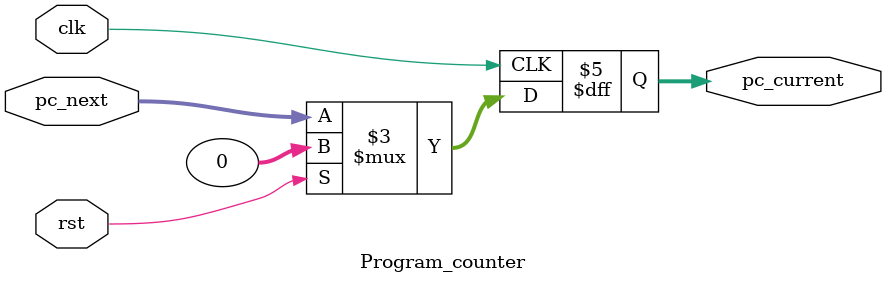
<source format=v>
module Program_counter(
	input clk,rst,
	input [31:0] pc_next,
	output reg [31:0] pc_current);
	
	always @(posedge clk)begin
		if(rst)begin
			pc_current<=0;
		end
		else begin
			pc_current<=pc_next;
		end
	end
endmodule 

</source>
